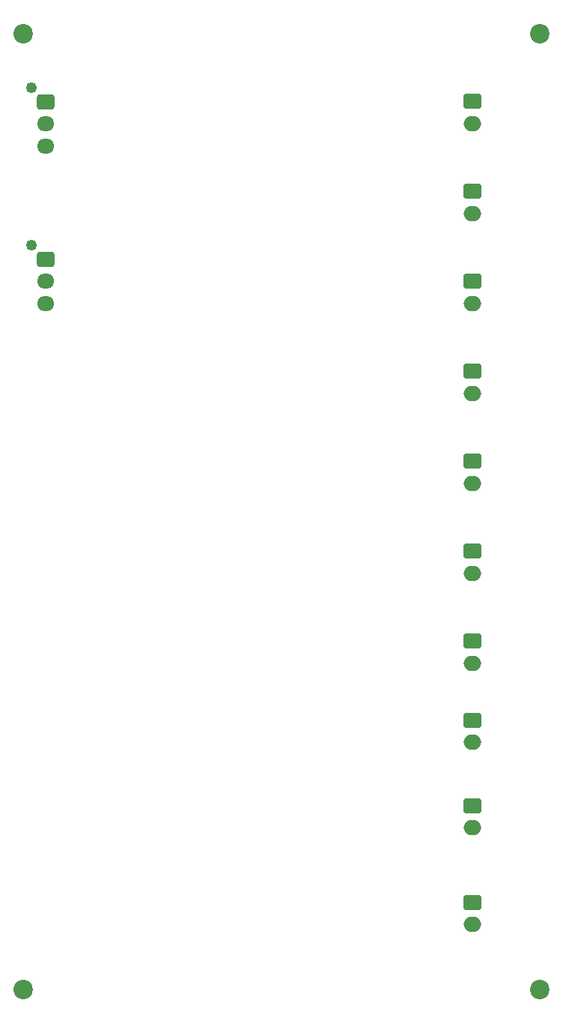
<source format=gbr>
%TF.GenerationSoftware,KiCad,Pcbnew,7.0.7*%
%TF.CreationDate,2023-10-19T13:35:16-07:00*%
%TF.ProjectId,555Trigger,35353554-7269-4676-9765-722e6b696361,0*%
%TF.SameCoordinates,Original*%
%TF.FileFunction,Soldermask,Bot*%
%TF.FilePolarity,Negative*%
%FSLAX46Y46*%
G04 Gerber Fmt 4.6, Leading zero omitted, Abs format (unit mm)*
G04 Created by KiCad (PCBNEW 7.0.7) date 2023-10-19 13:35:16*
%MOMM*%
%LPD*%
G01*
G04 APERTURE LIST*
G04 Aperture macros list*
%AMRoundRect*
0 Rectangle with rounded corners*
0 $1 Rounding radius*
0 $2 $3 $4 $5 $6 $7 $8 $9 X,Y pos of 4 corners*
0 Add a 4 corners polygon primitive as box body*
4,1,4,$2,$3,$4,$5,$6,$7,$8,$9,$2,$3,0*
0 Add four circle primitives for the rounded corners*
1,1,$1+$1,$2,$3*
1,1,$1+$1,$4,$5*
1,1,$1+$1,$6,$7*
1,1,$1+$1,$8,$9*
0 Add four rect primitives between the rounded corners*
20,1,$1+$1,$2,$3,$4,$5,0*
20,1,$1+$1,$4,$5,$6,$7,0*
20,1,$1+$1,$6,$7,$8,$9,0*
20,1,$1+$1,$8,$9,$2,$3,0*%
G04 Aperture macros list end*
%ADD10C,2.200000*%
%ADD11RoundRect,0.250000X-0.750000X0.600000X-0.750000X-0.600000X0.750000X-0.600000X0.750000X0.600000X0*%
%ADD12O,2.000000X1.700000*%
%ADD13C,1.250000*%
%ADD14RoundRect,0.250000X-0.725000X0.600000X-0.725000X-0.600000X0.725000X-0.600000X0.725000X0.600000X0*%
%ADD15O,1.950000X1.700000*%
G04 APERTURE END LIST*
D10*
%TO.C,H4*%
X86360000Y-130810000D03*
%TD*%
D11*
%TO.C,Behavior2*%
X78740000Y-71120000D03*
D12*
X78740000Y-73620000D03*
%TD*%
D10*
%TO.C,H2*%
X27940000Y-22860000D03*
%TD*%
D11*
%TO.C,Strobing2*%
X78747500Y-110002000D03*
D12*
X78747500Y-112502000D03*
%TD*%
D13*
%TO.C,WidthControlSignal1*%
X28880000Y-46700000D03*
D14*
X30480000Y-48300000D03*
D15*
X30480000Y-50800000D03*
X30480000Y-53300000D03*
%TD*%
D11*
%TO.C,Brain1*%
X78740000Y-91440000D03*
D12*
X78740000Y-93940000D03*
%TD*%
D11*
%TO.C,Behavior1*%
X78740000Y-81280000D03*
D12*
X78740000Y-83780000D03*
%TD*%
D10*
%TO.C,H1*%
X86360000Y-22860000D03*
%TD*%
D13*
%TO.C,Power_In1*%
X28880000Y-28920000D03*
D14*
X30480000Y-30520000D03*
D15*
X30480000Y-33020000D03*
X30480000Y-35520000D03*
%TD*%
D11*
%TO.C,Behavior4*%
X78740000Y-50800000D03*
D12*
X78740000Y-53300000D03*
%TD*%
D11*
%TO.C,Brain2*%
X78747500Y-100350000D03*
D12*
X78747500Y-102850000D03*
%TD*%
D11*
%TO.C,Strobing1*%
X78747500Y-120924000D03*
D12*
X78747500Y-123424000D03*
%TD*%
D11*
%TO.C,Behavior5*%
X78740000Y-40640000D03*
D12*
X78740000Y-43140000D03*
%TD*%
D11*
%TO.C,Behavior3*%
X78740000Y-60960000D03*
D12*
X78740000Y-63460000D03*
%TD*%
D10*
%TO.C,H3*%
X27940000Y-130810000D03*
%TD*%
D11*
%TO.C,Behavior6*%
X78740000Y-30480000D03*
D12*
X78740000Y-32980000D03*
%TD*%
M02*

</source>
